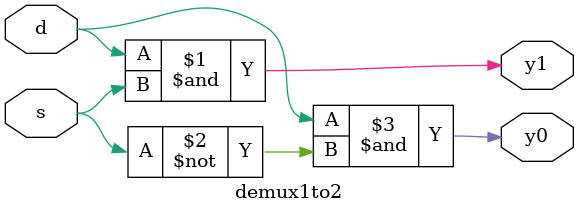
<source format=v>
module demux1to2(input d,s , output y0,y1);
    assign y1 = d&s;
    assign y0 = d&(~s);
endmodule 
    

</source>
